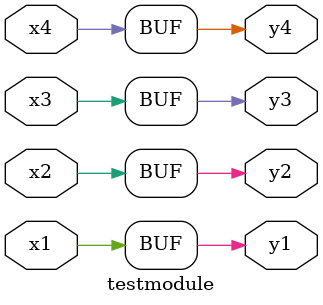
<source format=v>


module testmodule(x1,x2,x3,x4,y1,y2,y3,y4);

input x1;
input x2;
input x3;
input x4;
output y1;
output y2;
output y3;
output y4;

assign y1 = x1;
assign y2 = x2;
assign y3 = x3;
assign y4 = x4;

endmodule

</source>
